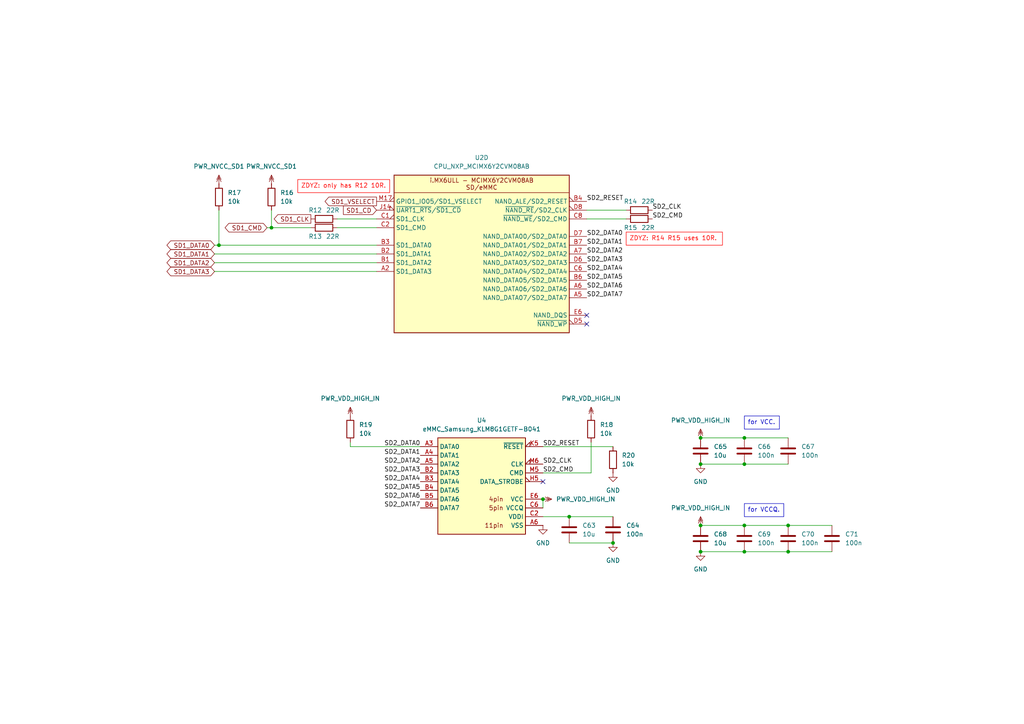
<source format=kicad_sch>
(kicad_sch (version 20231120) (generator "eeschema") (generator_version "8.0")
  (paper "A4")
  (title_block (title "i.MX6ULL Core - SD eMMC") (date "2024-06-06") (rev "0.9.1"))
  (lib_symbols
    (symbol "Device:C" (pin_numbers hide) (pin_names (offset 0.254))
      (property "Reference" "C" (at 0.635 2.54 0))
      (property "Value" "C" (at 0.635 -2.54 0))
      (symbol "C_1_1"
        (pin passive line (at 0 3.81 270) (length 2.794) (name "~") (number "1"))
        (pin passive line (at 0 -3.81 90) (length 2.794) (name "~") (number "2"))
      )
    )
    (symbol "Device:R" (pin_numbers hide) (pin_names (offset 0))
      (property "Reference" "R" (at 2.032 0 90))
      (property "Value" "R" (at 0 0 90))
      (symbol "R_1_1"
        (pin passive line (at 0 3.81 270) (length 1.27) (name "~") (number "1"))
        (pin passive line (at 0 -3.81 90) (length 1.27) (name "~") (number "2"))
      )
    )
    (symbol "i.MX6ULL_Core:CPU_NXP_MCIMX6Y2CVM08AB"
      (property "Reference" "U" (at 0 0 0))
      (property "Value" "CPU_NXP_MCIMX6Y2CVM08AB" (at 0 54.61 0))
      (symbol "CPU_NXP_MCIMX6Y2CVM08AB_1_1"
        (unit_name "Unit A - PWR")
        (text "10pin" (at 5.08 20.32 0) (effects (font (size 1.27 1.27)) (justify right)))
        (text "2pin" (at 5.08 29.21 0) (effects (font (size 1.27 1.27)) (justify right)))
        (text "47pin" (at -15.24 -34.29 0) (effects (font (size 1.27 1.27)) (justify left)))
        (text "4pin" (at 5.08 17.78 0) (effects (font (size 1.27 1.27)) (justify right)))
        (text "6pin" (at -7.62 11.43 0) (effects (font (size 1.27 1.27)) (justify left)))
        (text "6pin" (at -7.62 20.32 0) (effects (font (size 1.27 1.27)) (justify left)))
        (text "ADC" (at 0 7.62 0) (effects (font (size 1.27 1.27))))
        (text "DRAM" (at 0 13.97 0) (effects (font (size 1.27 1.27))))
        (text "i.MX6ULL - MCIMX6Y2CVM08AB\nPWR" (at 0 41.91 0) (effects (font (size 1.27 1.27))))
        (text "LDO 2P5 1P1" (at 0 31.75 0) (effects (font (size 1.27 1.27))))
        (text private "NVCC_DRAM:\n	LPDDR2, 1.2V. DDR3L, 1.35V. DDR3, 1.5V\n\nNVCC_DRAM_2P5:\n	2.5V, Board-level connection to VDD_HIGH_CAP." (at 50.8 38.1 0) (effects (font (size 1.27 1.27)) (justify left top)))
        (text "LDO ARM SOC" (at 0 22.86 0) (effects (font (size 1.27 1.27))))
        (text "LDO SNVS" (at 0 38.1 0) (effects (font (size 1.27 1.27))))
        (text "NVCC_xxx" (at 0 -7.62 0) (effects (font (size 1.27 1.27))))
        (text private "Total: 92 pins." (at -20.32 45.72 0) (effects (font (size 1.27 1.27)) (justify left)))
        (text "Reserved" (at 0 -38.1 0) (effects (font (size 1.27 1.27))))
        (text "USB" (at 0 -1.27 0) (effects (font (size 1.27 1.27))))
        (text private "VDDA_ADC_3P3:\n	must be powered even\n	if the ADC is not used.\nADC_VREFH:\n	tied to VDDA_ADC_3P3.\n\nNGND_KEL0:\n	tied to GND.\n\nGPANIO:\n	reserved, unconnected." (at -76.2 38.1 0) (effects (font (size 1.27 1.27)) (justify left top)))
        (text "VSS" (at 0 -29.21 0) (effects (font (size 1.27 1.27))))
        (pin power_in line (at -25.4 -34.29 0) (length 5.08) (name "VSS") (number "A1"))
        (pin passive line (at -25.4 -34.29 0) (length 5.08) hide (name "VSS") (number "A17"))
        (pin passive line (at -25.4 -34.29 0) (length 5.08) hide (name "VSS") (number "C11"))
        (pin passive line (at -25.4 -34.29 0) (length 5.08) hide (name "VSS") (number "C15"))
        (pin passive line (at -25.4 -34.29 0) (length 5.08) hide (name "VSS") (number "C3"))
        (pin power_in line (at -25.4 -15.24 0) (length 5.08) (name "NVCC_SD1") (number "C4"))
        (pin passive line (at -25.4 -34.29 0) (length 5.08) hide (name "VSS") (number "C7"))
        (pin passive line (at -25.4 -34.29 0) (length 5.08) hide (name "VSS") (number "E11"))
        (pin power_in line (at -25.4 -20.32 0) (length 5.08) (name "NVCC_LCD") (number "E13"))
        (pin power_in line (at -25.4 -17.78 0) (length 5.08) (name "NVCC_NAND") (number "E7"))
        (pin passive line (at -25.4 -34.29 0) (length 5.08) hide (name "VSS") (number "E8"))
        (pin passive line (at -25.4 -34.29 0) (length 5.08) hide (name "VSS") (number "F10"))
        (pin passive line (at -25.4 -34.29 0) (length 5.08) hide (name "VSS") (number "F11"))
        (pin passive line (at -25.4 -34.29 0) (length 5.08) hide (name "VSS") (number "F12"))
        (pin power_in line (at -25.4 -22.86 0) (length 5.08) (name "NVCC_ENET") (number "F13"))
        (pin power_in line (at -25.4 -25.4 0) (length 5.08) (name "NVCC_CSI") (number "F4"))
        (pin passive line (at -25.4 -34.29 0) (length 5.08) hide (name "VSS") (number "F6"))
        (pin passive line (at -25.4 -34.29 0) (length 5.08) hide (name "VSS") (number "F7"))
        (pin passive line (at -25.4 -34.29 0) (length 5.08) hide (name "VSS") (number "F8"))
        (pin passive line (at -25.4 -34.29 0) (length 5.08) hide (name "VSS") (number "F9"))
        (pin passive line (at 25.4 17.78 180) (length 5.08) hide (name "VDD_ARM_CAP") (number "G10"))
        (pin passive line (at 25.4 17.78 180) (length 5.08) hide (name "VDD_ARM_CAP") (number "G11"))
        (pin passive line (at -25.4 -34.29 0) (length 5.08) hide (name "VSS") (number "G12"))
        (pin passive line (at -25.4 -34.29 0) (length 5.08) hide (name "VSS") (number "G15"))
        (pin passive line (at -25.4 -34.29 0) (length 5.08) hide (name "VSS") (number "G3"))
        (pin passive line (at -25.4 -34.29 0) (length 5.08) hide (name "VSS") (number "G5"))
        (pin power_in line (at -25.4 11.43 0) (length 5.08) (name "NVCC_DRAM") (number "G6"))
        (pin passive line (at -25.4 -34.29 0) (length 5.08) hide (name "VSS") (number "G7"))
        (pin power_out line (at 25.4 20.32 180) (length 5.08) (name "VDD_SOC_CAP") (number "G8"))
        (pin power_out line (at 25.4 17.78 180) (length 5.08) (name "VDD_ARM_CAP") (number "G9"))
        (pin passive line (at -25.4 20.32 0) (length 5.08) hide (name "VDD_SOC_IN") (number "H10"))
        (pin passive line (at 25.4 17.78 180) (length 5.08) hide (name "VDD_ARM_CAP") (number "H11"))
        (pin passive line (at -25.4 -34.29 0) (length 5.08) hide (name "VSS") (number "H12"))
        (pin power_in line (at -25.4 -10.16 0) (length 5.08) (name "NVCC_UART") (number "H13"))
        (pin passive line (at -25.4 11.43 0) (length 5.08) hide (name "NVCC_DRAM") (number "H6"))
        (pin passive line (at -25.4 -34.29 0) (length 5.08) hide (name "VSS") (number "H7"))
        (pin passive line (at 25.4 20.32 180) (length 5.08) hide (name "VDD_SOC_CAP") (number "H8"))
        (pin power_in line (at -25.4 20.32 0) (length 5.08) (name "VDD_SOC_IN") (number "H9"))
        (pin passive line (at -25.4 20.32 0) (length 5.08) hide (name "VDD_SOC_IN") (number "J10"))
        (pin passive line (at 25.4 20.32 180) (length 5.08) hide (name "VDD_SOC_CAP") (number "J11"))
        (pin passive line (at -25.4 -34.29 0) (length 5.08) hide (name "VSS") (number "J12"))
        (pin power_in line (at -25.4 -12.7 0) (length 5.08) (name "NVCC_GPIO") (number "J13"))
        (pin passive line (at -25.4 -34.29 0) (length 5.08) hide (name "VSS") (number "J5"))
        (pin passive line (at -25.4 11.43 0) (length 5.08) hide (name "NVCC_DRAM") (number "J6"))
        (pin passive line (at -25.4 -34.29 0) (length 5.08) hide (name "VSS") (number "J7"))
        (pin passive line (at 25.4 20.32 180) (length 5.08) hide (name "VDD_SOC_CAP") (number "J8"))
        (pin passive line (at -25.4 20.32 0) (length 5.08) hide (name "VDD_SOC_IN") (number "J9"))
        (pin passive line (at -25.4 20.32 0) (length 5.08) hide (name "VDD_SOC_IN") (number "K10"))
        (pin passive line (at 25.4 20.32 180) (length 5.08) hide (name "VDD_SOC_CAP") (number "K11"))
        (pin passive line (at -25.4 -34.29 0) (length 5.08) hide (name "VSS") (number "K12"))
        (pin passive line (at -25.4 11.43 0) (length 5.08) hide (name "NVCC_DRAM") (number "K6"))
        (pin passive line (at -25.4 -34.29 0) (length 5.08) hide (name "VSS") (number "K7"))
        (pin passive line (at 25.4 20.32 180) (length 5.08) hide (name "VDD_SOC_CAP") (number "K8"))
        (pin passive line (at -25.4 20.32 0) (length 5.08) hide (name "VDD_SOC_IN") (number "K9"))
        (pin passive line (at 25.4 20.32 180) (length 5.08) hide (name "VDD_SOC_CAP") (number "L10"))
        (pin passive line (at 25.4 20.32 180) (length 5.08) hide (name "VDD_SOC_CAP") (number "L11"))
        (pin passive line (at -25.4 -34.29 0) (length 5.08) hide (name "VSS") (number "L12"))
        (pin power_in line (at -25.4 5.08 0) (length 5.08) (name "VDDA_ADC_3P3") (number "L13"))
        (pin passive line (at -25.4 -34.29 0) (length 5.08) hide (name "VSS") (number "L3"))
        (pin passive line (at -25.4 11.43 0) (length 5.08) hide (name "NVCC_DRAM") (number "L6"))
        (pin passive line (at -25.4 -34.29 0) (length 5.08) hide (name "VSS") (number "L7"))
        (pin passive line (at 25.4 20.32 180) (length 5.08) hide (name "VDD_SOC_CAP") (number "L8"))
        (pin passive line (at 25.4 20.32 180) (length 5.08) hide (name "VDD_SOC_CAP") (number "L9"))
        (pin passive line (at -25.4 -34.29 0) (length 5.08) hide (name "VSS") (number "M10"))
        (pin passive line (at -25.4 -34.29 0) (length 5.08) hide (name "VSS") (number "M11"))
        (pin power_in line (at -25.4 -31.75 0) (length 5.08) (name "NGND_KEL0") (number "M12"))
        (pin power_in line (at -25.4 2.54 0) (length 5.08) (name "ADC_VREFH") (number "M13"))
        (pin passive line (at -25.4 11.43 0) (length 5.08) hide (name "NVCC_DRAM") (number "M6"))
        (pin passive line (at -25.4 -34.29 0) (length 5.08) hide (name "VSS") (number "M7"))
        (pin passive line (at -25.4 -34.29 0) (length 5.08) hide (name "VSS") (number "M8"))
        (pin passive line (at -25.4 -34.29 0) (length 5.08) hide (name "VSS") (number "M9"))
        (pin power_out line (at 25.4 35.56 180) (length 5.08) (name "VDD_SNVS_CAP") (number "N12"))
        (pin power_in line (at -25.4 29.21 0) (length 5.08) (name "VDD_HIGH_IN") (number "N13"))
        (pin passive line (at -25.4 -34.29 0) (length 5.08) hide (name "VSS") (number "N3"))
        (pin passive line (at -25.4 -34.29 0) (length 5.08) hide (name "VSS") (number "N5"))
        (pin power_in line (at 25.4 11.43 180) (length 5.08) (name "NVCC_DRAM_2P5") (number "N6"))
        (pin power_in line (at -25.4 35.56 0) (length 5.08) (name "VDD_SNVS_IN") (number "P12"))
        (pin power_out line (at 25.4 26.67 180) (length 5.08) (name "NVCC_PLL") (number "P13"))
        (pin passive line (at -25.4 -34.29 0) (length 5.08) hide (name "VSS") (number "R11"))
        (pin power_out line (at 25.4 -3.81 180) (length 5.08) (name "VDD_USB_CAP") (number "R12"))
        (pin no_connect line (at -25.4 -40.64 0) (length 5.08) (name "GPANAIO") (number "R13"))
        (pin power_out line (at 25.4 29.21 180) (length 5.08) (name "VDD_HIGH_CAP") (number "R14"))
        (pin passive line (at 25.4 29.21 180) (length 5.08) hide (name "VDD_HIGH_CAP") (number "R15"))
        (pin passive line (at -25.4 -34.29 0) (length 5.08) hide (name "VSS") (number "R16"))
        (pin passive line (at -25.4 -34.29 0) (length 5.08) hide (name "VSS") (number "R17"))
        (pin passive line (at -25.4 -34.29 0) (length 5.08) hide (name "VSS") (number "R3"))
        (pin passive line (at -25.4 -34.29 0) (length 5.08) hide (name "VSS") (number "R5"))
        (pin passive line (at -25.4 -34.29 0) (length 5.08) hide (name "VSS") (number "R7"))
        (pin passive line (at -25.4 -34.29 0) (length 5.08) hide (name "VSS") (number "T14"))
        (pin passive line (at -25.4 -34.29 0) (length 5.08) hide (name "VSS") (number "U1"))
        (pin passive line (at -25.4 -34.29 0) (length 5.08) hide (name "VSS") (number "U14"))
        (pin passive line (at -25.4 -34.29 0) (length 5.08) hide (name "VSS") (number "U17"))
      )
      (symbol "CPU_NXP_MCIMX6Y2CVM08AB_2_1"
        (unit_name "Unit B - OSC/BOOT")
        (text private "CCM_CLK1_P, CCM_CLK1_N:\n	unconnected if not used.\n\n~{POR}:\n	internal 100k pull up.\nONOFF:\n	internal 100k pull up, pull down to reset chip." (at 38.1 12.7 0) (effects (font (size 1.27 1.27)) (justify left top)))
        (text "BOOT" (at 0 0 0) (effects (font (size 1.27 1.27))))
        (text "i.MX6ULL - MCIMX6Y2CVM08AB\nOSC/BOOT" (at 0 20.32 0) (effects (font (size 1.27 1.27))))
        (text "OSC" (at 0 16.51 0) (effects (font (size 1.27 1.27))))
        (text private "Total: 13 pins." (at -20.32 24.13 0) (effects (font (size 1.27 1.27)) (justify left)))
        (text private "XTALI, XTALO:\n	24MHz.\nRTC_XTALI, RTC_XTALO:\n	32.768kHz.\n\nBOOT_MODE1,BOOT_MODE0:\n	internal 100k pull down.\n00: efuse.\n01: serial download.\n10: internal boot.\n11: reserved.\n\nTEST_MODE:\n	reserved,\n	unconnected or tied to GND." (at -76.2 12.7 0) (effects (font (size 1.27 1.27)) (justify left top)))
        (text "Reserved" (at 0 -17.78 0) (effects (font (size 1.27 1.27))))
        (text "SNVS/CCM" (at 0 -8.89 0) (effects (font (size 1.27 1.27))))
        (pin no_connect line (at -25.4 -20.32 0) (length 5.08) (name "TEST_MODE") (number "N7"))
        (pin output output_low (at 25.4 11.43 180) (length 5.08) (name "CCM_CLK1_N") (number "P16"))
        (pin input input_low (at 25.4 13.97 180) (length 5.08) (name "CCM_CLK1_P") (number "P17"))
        (pin input input_low (at 25.4 -2.54 180) (length 5.08) (name "~{POR}") (number "P8"))
        (pin input input_low (at 25.4 -5.08 180) (length 5.08) (name "ONOFF") (number "R8"))
        (pin input input_low (at -25.4 -5.08 0) (length 5.08) (name "BOOT_MODE0") (number "T10"))
        (pin input input_low (at -25.4 6.35 0) (length 5.08) (name "RTC_XTALI") (number "T11"))
        (pin input input_low (at -25.4 13.97 0) (length 5.08) (name "XTALI") (number "T16"))
        (pin output output_low (at -25.4 11.43 0) (length 5.08) (name "XTALO") (number "T17"))
        (pin output output_low (at -25.4 -11.43 0) (length 5.08) (name "SNVS_PMIC_ON_REQ") (number "T9"))
        (pin input input_low (at -25.4 -2.54 0) (length 5.08) (name "BOOT_MODE1") (number "U10"))
        (pin output output_low (at -25.4 3.81 0) (length 5.08) (name "RTC_XTALO") (number "U11"))
        (pin output output_low (at -25.4 -13.97 0) (length 5.08) (name "CCM_PMIC_STBY_REQ") (number "U9"))
      )
      (symbol "CPU_NXP_MCIMX6Y2CVM08AB_3_1"
        (unit_name "Unit C - DRAM")
        (text private "DRAM_VREF:\n	must be half of NVCC_DRAM.\n	Use a 1 kohm 0.5% resistor to GND and a 1 kohm 0.5%\n	resistor to NVCC_DRAM. Shunt each resistor with a\n	closely-mounted 0.1 uF capacitor." (at -101.6 38.1 0) (effects (font (size 1.27 1.27)) (justify left top)))
        (text private "Total: 55 pins." (at -20.32 48.26 0) (effects (font (size 1.27 1.27)) (justify left)))
        (text "i.MX6ULL - MCIMX6Y2CVM08AB\nDRAM" (at 0 44.45 0) (effects (font (size 1.27 1.27))))
        (pin output output_low (at 25.4 24.13 180) (length 5.08) (name "DRAM_ODT1") (number "F1"))
        (pin output output_low (at -25.4 -24.13 0) (length 5.08) (name "DRAM_ADDR14") (number "G1"))
        (pin output output_low (at -25.4 -1.27 0) (length 5.08) (name "DRAM_ADDR06") (number "G2"))
        (pin output output_low (at -25.4 29.21 0) (length 5.08) (name "DRAM_RESET") (number "G4"))
        (pin output output_low (at -25.4 -34.29 0) (length 5.08) (name "DRAM_SDBA1") (number "H1"))
        (pin output output_low (at -25.4 11.43 0) (length 5.08) (name "DRAM_ADDR01") (number "H2"))
        (pin output output_low (at -25.4 -21.59 0) (length 5.08) (name "DRAM_ADDR13") (number "H3"))
        (pin output output_low (at -25.4 -3.81 0) (length 5.08) (name "DRAM_ADDR07") (number "H4"))
        (pin output output_low (at -25.4 31.75 0) (length 5.08) (name "~{DRAM_CS1}") (number "H5"))
        (pin output output_low (at 25.4 29.21 180) (length 5.08) (name "~{DRAM_SDWE}") (number "J1"))
        (pin output output_low (at 25.4 31.75 180) (length 5.08) (name "~{DRAM_CAS}") (number "J2"))
        (pin output output_low (at -25.4 24.13 0) (length 5.08) (name "DRAM_SDCKE1") (number "J3"))
        (pin output output_low (at -25.4 -8.89 0) (length 5.08) (name "DRAM_ADDR08") (number "J4"))
        (pin output output_low (at -25.4 8.89 0) (length 5.08) (name "DRAM_ADDR02") (number "K1"))
        (pin output output_low (at -25.4 -36.83 0) (length 5.08) (name "DRAM_SDBA2") (number "K2"))
        (pin output output_low (at -25.4 -16.51 0) (length 5.08) (name "DRAM_ADDR11") (number "K3"))
        (pin output output_low (at -25.4 3.81 0) (length 5.08) (name "DRAM_ADDR04") (number "K4"))
        (pin output output_low (at -25.4 -26.67 0) (length 5.08) (name "DRAM_ADDR15") (number "K5"))
        (pin output output_low (at -25.4 1.27 0) (length 5.08) (name "DRAM_ADDR05") (number "L1"))
        (pin output output_low (at -25.4 -11.43 0) (length 5.08) (name "DRAM_ADDR09") (number "L2"))
        (pin output output_low (at -25.4 -19.05 0) (length 5.08) (name "DRAM_ADDR12") (number "L4"))
        (pin output output_low (at -25.4 13.97 0) (length 5.08) (name "DRAM_ADDR00") (number "L5"))
        (pin output output_low (at -25.4 -31.75 0) (length 5.08) (name "DRAM_SDBA0") (number "M1"))
        (pin output output_low (at -25.4 6.35 0) (length 5.08) (name "DRAM_ADDR03") (number "M2"))
        (pin output output_low (at -25.4 26.67 0) (length 5.08) (name "DRAM_SDCKE0") (number "M3"))
        (pin output output_low (at -25.4 -13.97 0) (length 5.08) (name "DRAM_ADDR10") (number "M4"))
        (pin output output_low (at 25.4 34.29 180) (length 5.08) (name "~{DRAM_RAS}") (number "M5"))
        (pin output output_low (at 25.4 26.67 180) (length 5.08) (name "DRAM_ODT0") (number "N1"))
        (pin output output_low (at -25.4 34.29 0) (length 5.08) (name "~{DRAM_CS0}") (number "N2"))
        (pin passive output_low (at 25.4 21.59 180) (length 5.08) (name "DRAM_ZQPAD") (number "N4"))
        (pin output output_low (at -25.4 21.59 0) (length 5.08) (name "DRAM_SDCLK0+") (number "P1"))
        (pin output output_low (at -25.4 19.05 0) (length 5.08) (name "DRAM_SDCLK0-") (number "P2"))
        (pin bidirectional line (at 25.4 -21.59 180) (length 5.08) (name "DRAM_DATA13") (number "P3"))
        (pin power_in line (at -25.4 39.37 0) (length 5.08) (name "DRAM_VREF") (number "P4"))
        (pin bidirectional line (at 25.4 -19.05 180) (length 5.08) (name "DRAM_DATA12") (number "P5"))
        (pin bidirectional line (at 25.4 -31.75 180) (length 5.08) (name "DRAM_SDQS0+") (number "P6"))
        (pin bidirectional line (at 25.4 -34.29 180) (length 5.08) (name "DRAM_SDQS0-") (number "P7"))
        (pin bidirectional line (at 25.4 -26.67 180) (length 5.08) (name "DRAM_DATA15") (number "R1"))
        (pin bidirectional line (at 25.4 -24.13 180) (length 5.08) (name "DRAM_DATA14") (number "R2"))
        (pin bidirectional line (at 25.4 -16.51 180) (length 5.08) (name "DRAM_DATA11") (number "R4"))
        (pin bidirectional line (at 25.4 -36.83 180) (length 5.08) (name "DRAM_SDQS1+") (number "T1"))
        (pin bidirectional line (at 25.4 -39.37 180) (length 5.08) (name "DRAM_SDQS1-") (number "T2"))
        (pin bidirectional line (at 25.4 -44.45 180) (length 5.08) (name "DRAM_DQM1") (number "T3"))
        (pin bidirectional line (at 25.4 13.97 180) (length 5.08) (name "DRAM_DATA00") (number "T4"))
        (pin bidirectional line (at 25.4 -1.27 180) (length 5.08) (name "DRAM_DATA06") (number "T5"))
        (pin bidirectional line (at 25.4 8.89 180) (length 5.08) (name "DRAM_DATA02") (number "T6"))
        (pin bidirectional line (at 25.4 -41.91 180) (length 5.08) (name "DRAM_DQM0") (number "T7"))
        (pin bidirectional line (at 25.4 1.27 180) (length 5.08) (name "DRAM_DATA05") (number "T8"))
        (pin bidirectional line (at 25.4 -8.89 180) (length 5.08) (name "DRAM_DATA08") (number "U2"))
        (pin bidirectional line (at 25.4 -11.43 180) (length 5.08) (name "DRAM_DATA09") (number "U3"))
        (pin bidirectional line (at 25.4 -3.81 180) (length 5.08) (name "DRAM_DATA07") (number "U4"))
        (pin bidirectional line (at 25.4 -13.97 180) (length 5.08) (name "DRAM_DATA10") (number "U5"))
        (pin bidirectional line (at 25.4 11.43 180) (length 5.08) (name "DRAM_DATA01") (number "U6"))
        (pin bidirectional line (at 25.4 6.35 180) (length 5.08) (name "DRAM_DATA03") (number "U7"))
        (pin bidirectional line (at 25.4 3.81 180) (length 5.08) (name "DRAM_DATA04") (number "U8"))
      )
      (symbol "CPU_NXP_MCIMX6Y2CVM08AB_4_1"
        (unit_name "Unit D - SD/eMMC")
        (text private "NOTE:\n\nSD1 for eMMC, SD2 for SD card.\nSD card does not have RESET pin, so leave SD2_RESET unconnected.\nSD card does not have VSELECT pin, so give GPIO1_IO08 to LCD as PWM.\nIf you do not use dual-power for eMMC (VDDQ 1.8V), leave SD1_VSELECT unconnected.\nConnect a 22R(or 10R) resistor in series on SDn_CLK and SDn_CMD, close to host, for impedance matching.\nboot ROM uses SDn_CMD and SDn_DATA0 without internal pull-up configured, so pull them up to 3.3V via 10k.\nSD2 is in NVCC_NAND domain, power it to 3.3V." (at -38.1 -25.4 0) (effects (font (size 1.27 1.27)) (justify left top)))
        (text "i.MX6ULL - MCIMX6Y2CVM08AB\nSD/eMMC" (at 0 20.32 0) (effects (font (size 1.27 1.27))))
        (text private "Total: 21 pins." (at -25.4 24.13 0) (effects (font (size 1.27 1.27)) (justify left)))
        (pin bidirectional line (at -30.48 -5.08 0) (length 5.08) (name "SD1_DATA3") (number "A2"))
        (pin bidirectional line (at 30.48 -12.7 180) (length 5.08) (name "NAND_DATA07/SD2_DATA7") (number "A5"))
        (pin bidirectional line (at 30.48 -10.16 180) (length 5.08) (name "NAND_DATA06/SD2_DATA6") (number "A6"))
        (pin bidirectional line (at 30.48 0 180) (length 5.08) (name "NAND_DATA02/SD2_DATA2") (number "A7"))
        (pin bidirectional line (at -30.48 -2.54 0) (length 5.08) (name "SD1_DATA2") (number "B1"))
        (pin bidirectional line (at -30.48 0 0) (length 5.08) (name "SD1_DATA1") (number "B2"))
        (pin bidirectional line (at -30.48 2.54 0) (length 5.08) (name "SD1_DATA0") (number "B3"))
        (pin output output_low (at 30.48 15.24 180) (length 5.08) (name "NAND_ALE/SD2_RESET") (number "B4"))
        (pin bidirectional line (at 30.48 -7.62 180) (length 5.08) (name "NAND_DATA05/SD2_DATA5") (number "B6"))
        (pin bidirectional line (at 30.48 2.54 180) (length 5.08) (name "NAND_DATA01/SD2_DATA1") (number "B7"))
        (pin output output_low (at -30.48 10.16 0) (length 5.08) (name "SD1_CLK") (number "C1"))
        (pin bidirectional line (at -30.48 7.62 0) (length 5.08) (name "SD1_CMD") (number "C2"))
        (pin bidirectional line (at 30.48 -5.08 180) (length 5.08) (name "NAND_DATA04/SD2_DATA4") (number "C6"))
        (pin bidirectional line (at 30.48 10.16 180) (length 5.08) (name "~{NAND_WE}/SD2_CMD") (number "C8"))
        (pin output output_low (at 30.48 -20.32 180) (length 5.08) (name "~{NAND_WP}") (number "D5"))
        (pin bidirectional line (at 30.48 -2.54 180) (length 5.08) (name "NAND_DATA03/SD2_DATA3") (number "D6"))
        (pin bidirectional line (at 30.48 5.08 180) (length 5.08) (name "NAND_DATA00/SD2_DATA0") (number "D7"))
        (pin output output_low (at 30.48 12.7 180) (length 5.08) (name "~{NAND_RE}/SD2_CLK") (number "D8"))
        (pin bidirectional line (at 30.48 -17.78 180) (length 5.08) (name "NAND_DQS") (number "E6"))
        (pin input input_low (at -30.48 12.7 0) (length 5.08) (name "~{UART1_RTS}/~{SD1_CD}") (number "J14"))
        (pin output output_low (at -30.48 15.24 0) (length 5.08) (name "GPIO1_IO05/SD1_VSELECT") (number "M17"))
      )
      (symbol "CPU_NXP_MCIMX6Y2CVM08AB_5_1"
        (unit_name "Unit E - UART")
        (text "i.MX6ULL - MCIMX6Y2CVM08AB\nUART" (at 0 7.62 0) (effects (font (size 1.27 1.27))))
        (text private "Total: 6 pins." (at -20.32 11.43 0) (effects (font (size 1.27 1.27)) (justify left)))
        (pin input input_low (at 25.4 -7.62 180) (length 5.08) (name "UART3_RXD") (number "H16"))
        (pin output output_low (at 25.4 -5.08 180) (length 5.08) (name "UART3_TXD") (number "H17"))
        (pin input input_low (at 25.4 0 180) (length 5.08) (name "UART2_RXD") (number "J16"))
        (pin output output_low (at 25.4 2.54 180) (length 5.08) (name "UART2_TXD") (number "J17"))
        (pin output output_low (at -25.4 2.54 0) (length 5.08) (name "UART1_TXD") (number "K14"))
        (pin input input_low (at -25.4 0 0) (length 5.08) (name "UART1_RXD") (number "K16"))
      )
      (symbol "CPU_NXP_MCIMX6Y2CVM08AB_6_1"
        (unit_name "Unit F - LCD/TSC")
        (text "Backlight" (at 0 -30.48 0) (effects (font (size 1.27 1.27))))
        (text "i.MX6ULL - MCIMX6Y2CVM08AB\nLCD/TSC" (at 0 43.18 0) (effects (font (size 1.27 1.27))))
        (text private "LCD_CLK:\n	pixel clock\nLCD_HSYNC:\n	horizontal sync\nLCD_VSYNC:\n	vertical sync\n\nPWM1_OUT:\n	LCD background light brightness adjust.\n	Its power domain is NVCC_GPIO.\n\nGPIO1_IO02:\n	configured as GPIO for touch screen IC reset.\nGPIO1_IO09:\n	configured as GPIO for touch screen IC interrupt." (at 50.8 25.4 0) (effects (font (size 1.27 1.27)) (justify left top)))
        (text private "Total: 32 pins." (at -20.32 46.99 0) (effects (font (size 1.27 1.27)) (justify left)))
        (text "LCD" (at 0 39.37 0) (effects (font (size 1.27 1.27))))
        (text "Touch Screen IC" (at 0 -36.83 0) (effects (font (size 1.27 1.27))))
        (pin output output_low (at -25.4 21.59 0) (length 5.08) (name "LCD_DATA06") (number "A10"))
        (pin output output_low (at -25.4 11.43 0) (length 5.08) (name "LCD_DATA09") (number "A11"))
        (pin output output_low (at -25.4 -1.27 0) (length 5.08) (name "LCD_DATA14") (number "A12"))
        (pin output output_low (at -25.4 -13.97 0) (length 5.08) (name "LCD_DATA18") (number "A13"))
        (pin output output_low (at -25.4 -24.13 0) (length 5.08) (name "LCD_DATA22") (number "A14"))
        (pin output output_low (at 25.4 26.67 180) (length 5.08) (name "LCD_CLK") (number "A8"))
        (pin output output_low (at -25.4 34.29 0) (length 5.08) (name "LCD_DATA01") (number "A9"))
        (pin output output_low (at -25.4 24.13 0) (length 5.08) (name "LCD_DATA05") (number "B10"))
        (pin output output_low (at -25.4 13.97 0) (length 5.08) (name "LCD_DATA08") (number "B11"))
        (pin output output_low (at -25.4 1.27 0) (length 5.08) (name "LCD_DATA13") (number "B12"))
        (pin output output_low (at -25.4 -11.43 0) (length 5.08) (name "LCD_DATA17") (number "B13"))
        (pin output output_low (at -25.4 -21.59 0) (length 5.08) (name "LCD_DATA21") (number "B14"))
        (pin output output_low (at -25.4 -26.67 0) (length 5.08) (name "LCD_DATA23") (number "B16"))
        (pin output output_low (at 25.4 36.83 180) (length 5.08) (name "LCD_ENABLE") (number "B8"))
        (pin output output_low (at -25.4 36.83 0) (length 5.08) (name "LCD_DATA00") (number "B9"))
        (pin output output_low (at -25.4 26.67 0) (length 5.08) (name "LCD_DATA04") (number "C10"))
        (pin output output_low (at -25.4 3.81 0) (length 5.08) (name "LCD_DATA12") (number "C12"))
        (pin output output_low (at -25.4 -8.89 0) (length 5.08) (name "LCD_DATA16") (number "C13"))
        (pin output output_low (at -25.4 -19.05 0) (length 5.08) (name "LCD_DATA20") (number "C14"))
        (pin output output_low (at 25.4 21.59 180) (length 5.08) (name "LCD_VSYNC") (number "C9"))
        (pin output output_low (at -25.4 29.21 0) (length 5.08) (name "LCD_DATA03") (number "D10"))
        (pin output output_low (at -25.4 19.05 0) (length 5.08) (name "LCD_DATA07") (number "D11"))
        (pin output output_low (at -25.4 6.35 0) (length 5.08) (name "LCD_DATA11") (number "D12"))
        (pin output output_low (at -25.4 -3.81 0) (length 5.08) (name "LCD_DATA15") (number "D13"))
        (pin output output_low (at -25.4 -16.51 0) (length 5.08) (name "LCD_DATA19") (number "D14"))
        (pin output output_low (at 25.4 24.13 180) (length 5.08) (name "LCD_HSYNC") (number "D9"))
        (pin output output_low (at -25.4 31.75 0) (length 5.08) (name "LCD_DATA02") (number "E10"))
        (pin output output_low (at -25.4 8.89 0) (length 5.08) (name "LCD_DATA10") (number "E12"))
        (pin output output_low (at 25.4 31.75 180) (length 5.08) (name "LCD_RESET") (number "E9"))
        (pin output output_low (at 25.4 -39.37 180) (length 5.08) (name "GPIO1_IO02") (number "L14"))
        (pin input input_low (at 25.4 -41.91 180) (length 5.08) (name "GPIO1_IO09") (number "M15"))
        (pin output output_low (at 25.4 -33.02 180) (length 5.08) (name "GPIO1_IO08/PWM1_OUT") (number "N17"))
      )
      (symbol "CPU_NXP_MCIMX6Y2CVM08AB_7_1"
        (unit_name "Unit G - CSI")
        (text private "GPIO1_IO04:\n	configured as GPIO for CSI power down.\n~{UART1_RTS}/GPIO1_IO19:\n	configured as GPIO for CSI reset.\n\nCSI_MCLK:\n	master clock, i.MX -> camera\nCSI_PIXCLK:\n	pixel clock, camera -> i.MX\nCSI_HSYNC:\n	horizontal sync, camera -> i.MX\nCSI_VSYNC:\n	vertical sync, camera -> i.MX" (at 38.1 12.7 0) (effects (font (size 1.27 1.27)) (justify left top)))
        (text private "Total: 13 pins." (at -20.32 15.24 0) (effects (font (size 1.27 1.27)) (justify left)))
        (text "i.MX6ULL - MCIMX6Y2CVM08AB\nCSI" (at 0 11.43 0) (effects (font (size 1.27 1.27))))
        (pin input input_low (at -25.4 -11.43 0) (length 5.08) (name "CSI_DATA07") (number "D1"))
        (pin input input_low (at -25.4 -8.89 0) (length 5.08) (name "CSI_DATA06") (number "D2"))
        (pin input input_low (at -25.4 -6.35 0) (length 5.08) (name "CSI_DATA05") (number "D3"))
        (pin input input_low (at -25.4 -3.81 0) (length 5.08) (name "CSI_DATA04") (number "D4"))
        (pin input input_low (at -25.4 -1.27 0) (length 5.08) (name "CSI_DATA03") (number "E1"))
        (pin input input_low (at -25.4 1.27 0) (length 5.08) (name "CSI_DATA02") (number "E2"))
        (pin input input_low (at -25.4 3.81 0) (length 5.08) (name "CSI_DATA01") (number "E3"))
        (pin input input_low (at -25.4 6.35 0) (length 5.08) (name "CSI_DATA00") (number "E4"))
        (pin input input_low (at 25.4 -6.35 180) (length 5.08) (name "CSI_PIXCLK") (number "E5"))
        (pin input input_low (at 25.4 -11.43 180) (length 5.08) (name "CSI_VSYNC") (number "F2"))
        (pin input input_low (at 25.4 -8.89 180) (length 5.08) (name "CSI_HSYNC") (number "F3"))
        (pin output output_low (at 25.4 -3.81 180) (length 5.08) (name "CSI_MCLK") (number "F5"))
        (pin output output_low (at 25.4 3.81 180) (length 5.08) (name "~{UART1_CTS}/GPIO1_IO18") (number "K15"))
        (pin output output_low (at 25.4 6.35 180) (length 5.08) (name "GPIO1_IO04") (number "M16"))
      )
      (symbol "CPU_NXP_MCIMX6Y2CVM08AB_8_1"
        (unit_name "Unit H - I2C")
        (text private "I2C1:\n	free use.\nI2C2:\n	mount touch screen IC and CSI." (at -19.05 -12.7 0) (effects (font (size 1.27 1.27)) (justify left top)))
        (text "i.MX6ULL - MCIMX6Y2CVM08AB\nI2C" (at 0 3.81 0) (effects (font (size 1.27 1.27))))
        (text private "Total: 4 pins." (at -22.86 7.62 0) (effects (font (size 1.27 1.27)) (justify left)))
        (pin output output_low (at 27.94 -1.27 180) (length 5.08) (name "UART5_TXD/I2C2_CLK") (number "F17"))
        (pin bidirectional line (at 27.94 -3.81 180) (length 5.08) (name "UART5_RXD/I2C2_SDA") (number "G13"))
        (pin bidirectional line (at -27.94 -3.81 0) (length 5.08) (name "I2C1_SDA/UART4_RXD") (number "G16"))
        (pin output output_low (at -27.94 -1.27 0) (length 5.08) (name "I2C1_CLK/UART4_TXD") (number "G17"))
      )
      (symbol "CPU_NXP_MCIMX6Y2CVM08AB_9_1"
        (unit_name "Unit I - USB")
        (text "i.MX6ULL - MCIMX6Y2CVM08AB\nUSB" (at 0 8.89 0) (effects (font (size 1.27 1.27))))
        (text private "Total: 8 pins." (at -29.21 12.7 0) (effects (font (size 1.27 1.27)) (justify left)))
        (text private "USB1:\n	OTG.\nUSB2:\n	OTG." (at -5.08 -17.78 0) (effects (font (size 1.27 1.27)) (justify left top)))
        (text private "~{USB_OTG1_CHD}\n	not used." (at -63.5 -7.62 0) (effects (font (size 1.27 1.27)) (justify left top)))
        (pin input input_low (at -34.29 -3.81 0) (length 5.08) (name "ANATOP_OTG1_ID/GPIO1_IO00") (number "K13"))
        (pin power_in line (at -34.29 3.81 0) (length 5.08) (name "USB_OTG1_VBUS") (number "T12"))
        (pin bidirectional line (at 35.56 -1.27 180) (length 5.08) (name "USB_OTG2_DN") (number "T13"))
        (pin bidirectional line (at -34.29 -1.27 0) (length 5.08) (name "USB_OTG1_DN") (number "T15"))
        (pin power_in line (at 35.56 3.81 180) (length 5.08) (name "USB_OTG2_VBUS") (number "U12"))
        (pin bidirectional line (at 35.56 1.27 180) (length 5.08) (name "USB_OTG2_DP") (number "U13"))
        (pin bidirectional line (at -34.29 1.27 0) (length 5.08) (name "USB_OTG1_DP") (number "U15"))
        (pin output output_low (at -34.29 -8.89 0) (length 5.08) (name "~{USB_OTG1_CHD}") (number "U16"))
      )
      (symbol "CPU_NXP_MCIMX6Y2CVM08AB_10_1"
        (unit_name "Unit J - ENET")
        (text private "GPIO1_IO23/~{UART2_RTS}:\n	ENET IC reset.\nGOIO1_IO27/~{UART3_RTS}:\n	ENET IC interrupt." (at -76.2 12.7 0) (effects (font (size 1.27 1.27)) (justify left top)))
        (text private "Total: 22 pins." (at -25.4 22.86 0) (effects (font (size 1.27 1.27)) (justify left)))
        (text private "~{UART2_CTS}/GPIO1_IO22:\n	ENET IC reset.\n~{UART3_CTS}/GPIO1_IO26:\n	ENET IC interrupt." (at 50.8 12.7 0) (effects (font (size 1.27 1.27)) (justify left top)))
        (text "i.MX6ULL - MCIMX6Y2CVM08AB\nENET" (at 0 19.05 0) (effects (font (size 1.27 1.27))))
        (pin output output_low (at 30.48 -16.51 180) (length 5.08) (name "ENET2_TX_DATA0") (number "A15"))
        (pin output output_low (at 30.48 -19.05 180) (length 5.08) (name "ENET2_TX_DATA1") (number "A16"))
        (pin output output_low (at 30.48 -11.43 180) (length 5.08) (name "ENET2_TX_EN") (number "B15"))
        (pin input input_low (at 30.48 -1.27 180) (length 5.08) (name "ENET2_RX_EN") (number "B17"))
        (pin input input_low (at 30.48 -8.89 180) (length 5.08) (name "ENET2_RX_DATA1") (number "C16"))
        (pin input input_low (at 30.48 -6.35 180) (length 5.08) (name "ENET2_RX_DATA0") (number "C17"))
        (pin input input_low (at -30.48 -3.81 0) (length 5.08) (name "ENET1_RX_ER") (number "D15"))
        (pin input input_low (at 30.48 -3.81 180) (length 5.08) (name "ENET2_RX_ER") (number "D16"))
        (pin output output_low (at 30.48 -13.97 180) (length 5.08) (name "ENET2_TX_CLK") (number "D17"))
        (pin output output_low (at -30.48 -19.05 0) (length 5.08) (name "ENET1_TX_DATA1") (number "E14"))
        (pin output output_low (at -30.48 -16.51 0) (length 5.08) (name "ENET1_TX_DATA0") (number "E15"))
        (pin input input_low (at -30.48 -1.27 0) (length 5.08) (name "ENET1_RX_EN") (number "E16"))
        (pin input input_low (at -30.48 -8.89 0) (length 5.08) (name "ENET1_RX_DATA1") (number "E17"))
        (pin output output_low (at -30.48 -13.97 0) (length 5.08) (name "ENET1_TX_CLK") (number "F14"))
        (pin output output_low (at -30.48 -11.43 0) (length 5.08) (name "ENET1_TX_EN") (number "F15"))
        (pin input input_low (at -30.48 -6.35 0) (length 5.08) (name "ENET1_RX_DATA0") (number "F16"))
        (pin input input_low (at -30.48 3.81 0) (length 5.08) (name "GOIO1_IO27/~{UART3_RTS}") (number "G14"))
        (pin output output_low (at -30.48 6.35 0) (length 5.08) (name "GPIO1_IO23/~{UART2_RTS}") (number "H14"))
        (pin input input_low (at 30.48 3.81 180) (length 5.08) (name "~{UART3_CTS}/GPIO1_IO26") (number "H15"))
        (pin output output_low (at 30.48 6.35 180) (length 5.08) (name "~{UART2_CTS}/GPIO1_IO22") (number "J15"))
        (pin bidirectional line (at -30.48 13.97 0) (length 5.08) (name "ENET_MDIO/GPIO1_IO06") (number "K17"))
        (pin output output_low (at -30.48 11.43 0) (length 5.08) (name "ENET_MDC/GPIO1_IO07") (number "L16"))
      )
      (symbol "CPU_NXP_MCIMX6Y2CVM08AB_11_1"
        (unit_name "Unit K - SPI")
        (text "i.MX6ULL - MCIMX6Y2CVM08AB\nSPI" (at 0 6.35 0) (effects (font (size 1.27 1.27))))
        (text private "Total: 4 pins." (at -20.32 10.16 0) (effects (font (size 1.27 1.27)) (justify left)))
        (pin output output_low (at -25.4 1.27 0) (length 5.08) (name "ECSPI3_SS0/~{NAND_READY}") (number "A3"))
        (pin input input_low (at -25.4 -3.81 0) (length 5.08) (name "ECSPI3_MISO/NAND_CLE") (number "A4"))
        (pin output output_low (at -25.4 -6.35 0) (length 5.08) (name "ECSPI3_MOSI/~{NAND_CE1}") (number "B5"))
        (pin output output_low (at -25.4 -1.27 0) (length 5.08) (name "ECSPI3_SCLK/~{NAND_CE0}") (number "C5"))
      )
      (symbol "CPU_NXP_MCIMX6Y2CVM08AB_12_1"
        (unit_name "Unit L - free use")
        (text "i.MX6ULL - MCIMX6Y2CVM08AB\nfree use" (at 0 13.97 0) (effects (font (size 1.27 1.27))))
        (text private "Total: 18 pins." (at -20.32 17.78 0) (effects (font (size 1.27 1.27)) (justify left)))
        (pin passive line (at -25.4 8.89 0) (length 5.08) (name "GPIO1_IO01") (number "L15"))
        (pin passive line (at -25.4 6.35 0) (length 5.08) (name "GPIO1_IO03") (number "L17"))
        (pin passive line (at -25.4 -3.81 0) (length 5.08) (name "JTAG_TCK") (number "M14"))
        (pin passive line (at 25.4 -8.89 180) (length 5.08) (name "SNVS_TAMPER7") (number "N10"))
        (pin passive line (at 25.4 -6.35 180) (length 5.08) (name "SNVS_TAMPER6") (number "N11"))
        (pin passive line (at -25.4 -13.97 0) (length 5.08) (name "~{JTAG_TRST}") (number "N14"))
        (pin passive line (at -25.4 -8.89 0) (length 5.08) (name "JTAG_TDO") (number "N15"))
        (pin passive line (at -25.4 -6.35 0) (length 5.08) (name "JTAG_TDI") (number "N16"))
        (pin passive line (at 25.4 -3.81 180) (length 5.08) (name "SNVS_TAMPER5") (number "N8"))
        (pin passive line (at 25.4 -11.43 180) (length 5.08) (name "SNVS_TAMPER8") (number "N9"))
        (pin passive line (at 25.4 1.27 180) (length 5.08) (name "SNVS_TAMPER3") (number "P10"))
        (pin passive line (at 25.4 3.81 180) (length 5.08) (name "SNVS_TAMPER2") (number "P11"))
        (pin passive line (at -25.4 -11.43 0) (length 5.08) (name "JTAG_TMS") (number "P14"))
        (pin passive line (at -25.4 -1.27 0) (length 5.08) (name "JTAG_MOD") (number "P15"))
        (pin passive line (at 25.4 -1.27 180) (length 5.08) (name "SNVS_TAMPER4") (number "P9"))
        (pin passive line (at 25.4 8.89 180) (length 5.08) (name "SNVS_TAMPER0") (number "R10"))
        (pin passive line (at 25.4 -13.97 180) (length 5.08) (name "SNVS_TAMPER9") (number "R6"))
        (pin passive line (at 25.4 6.35 180) (length 5.08) (name "SNVS_TAMPER1") (number "R9"))
      )
    )
    (symbol "i.MX6ULL_Core:PWR_NVCC_SD1" (power) (pin_numbers hide) (pin_names hide) (in_bom no) (on_board no)
      (property "Value" "PWR_NVCC_SD1" (at 0 0 0))
      (symbol "PWR_NVCC_SD1_1_1"
        (pin power_in line (at 0 0 0) (length 0) (name "") (number "1"))
      )
    )
    (symbol "i.MX6ULL_Core:PWR_VDD_HIGH_IN" (power) (pin_numbers hide) (pin_names hide) (in_bom no) (on_board no)
      (property "Value" "PWR_VDD_HIGH_IN" (at 0 0 0))
      (symbol "PWR_VDD_HIGH_IN_1_1"
        (pin power_in line (at 0 0 0) (length 0) (name "") (number "1"))
      )
    )
    (symbol "i.MX6ULL_Core:eMMC_Samsung_KLM8G1GETF-B041"
      (property "Reference" "U" (at 0 0 0))
      (property "Value" "eMMC_Samsung_KLM8G1GETF-B041" (at 0 17.78 0))
      (symbol "eMMC_Samsung_KLM8G1GETF-B041_1_1"
        (text private "VCC: Supply voltage for flash memory.\nVCCQ: Supply voltage for memory controller.\nVDDI: Internal power node to stabilize regulator output to controller core logics.\nVSS: Ground connections.\n\n~{RESET}: H/W reset signal pin.\nCLK: Clock input.\nCMD: A bidirectional signal used for device initialization (OD) and command transfers (Push-Pull).\nDATA_STROBE: Data Strobe is generated from eMMC to host.\n\nDATA[0..7]: Bidirectional data channels, in push-pull mode." (at 38.1 12.7 0) (effects (font (size 1.27 1.27)) (justify left top)))
        (text "11pin" (at -6.35 -11.43 0) (effects (font (size 1.27 1.27)) (justify left)))
        (text "4pin" (at -6.35 -3.81 0) (effects (font (size 1.27 1.27)) (justify left)))
        (text "5pin" (at -6.35 -6.35 0) (effects (font (size 1.27 1.27)) (justify left)))
        (text_box private "KLM8G1GETF-B041 is an 8GB embedded MMC in a BGA package form using MMC protocol v5.1." (at -25.4 24.13 0) (size 50.8 -5.08) (effects (font (size 1.27 1.27)) (justify left top)))
        (pin bidirectional line (at 17.78 11.43 180) (length 5.08) (name "DATA0") (number "A3"))
        (pin bidirectional line (at 17.78 8.89 180) (length 5.08) (name "DATA1") (number "A4"))
        (pin bidirectional line (at 17.78 6.35 180) (length 5.08) (name "DATA2") (number "A5"))
        (pin power_in line (at -17.78 -11.43 0) (length 5.08) (name "VSS") (number "A6"))
        (pin bidirectional line (at 17.78 3.81 180) (length 5.08) (name "DATA3") (number "B2"))
        (pin bidirectional line (at 17.78 1.27 180) (length 5.08) (name "DATA4") (number "B3"))
        (pin bidirectional line (at 17.78 -1.27 180) (length 5.08) (name "DATA5") (number "B4"))
        (pin bidirectional line (at 17.78 -3.81 180) (length 5.08) (name "DATA6") (number "B5"))
        (pin bidirectional line (at 17.78 -6.35 180) (length 5.08) (name "DATA7") (number "B6"))
        (pin power_out line (at -17.78 -8.89 0) (length 5.08) (name "VDDI") (number "C2"))
        (pin passive line (at -17.78 -11.43 0) (length 5.08) hide (name "VSS") (number "C4"))
        (pin power_in line (at -17.78 -6.35 0) (length 5.08) (name "VCCQ") (number "C6"))
        (pin power_in line (at -17.78 -3.81 0) (length 5.08) (name "VCC") (number "E6"))
        (pin passive line (at -17.78 -11.43 0) (length 5.08) hide (name "VSS") (number "E7"))
        (pin passive line (at -17.78 -3.81 0) (length 5.08) hide (name "VCC") (number "F5"))
        (pin passive line (at -17.78 -11.43 0) (length 5.08) hide (name "VSS") (number "G5"))
        (pin passive line (at -17.78 -11.43 0) (length 5.08) hide (name "VSS") (number "H10"))
        (pin output output_low (at -17.78 1.27 0) (length 5.08) (name "DATA_STROBE") (number "H5"))
        (pin passive line (at -17.78 -3.81 0) (length 5.08) hide (name "VCC") (number "J10"))
        (pin passive line (at -17.78 -11.43 0) (length 5.08) hide (name "VSS") (number "J5"))
        (pin input input_low (at -17.78 11.43 0) (length 5.08) (name "~{RESET}") (number "K5"))
        (pin passive line (at -17.78 -11.43 0) (length 5.08) hide (name "VSS") (number "K8"))
        (pin passive line (at -17.78 -3.81 0) (length 5.08) hide (name "VCC") (number "K9"))
        (pin passive line (at -17.78 -6.35 0) (length 5.08) hide (name "VCCQ") (number "M4"))
        (pin bidirectional line (at -17.78 3.81 0) (length 5.08) (name "CMD") (number "M5"))
        (pin input input_low (at -17.78 6.35 0) (length 5.08) (name "CLK") (number "M6"))
        (pin passive line (at -17.78 -11.43 0) (length 5.08) hide (name "VSS") (number "N2"))
        (pin passive line (at -17.78 -6.35 0) (length 5.08) hide (name "VCCQ") (number "N4"))
        (pin passive line (at -17.78 -11.43 0) (length 5.08) hide (name "VSS") (number "N5"))
        (pin passive line (at -17.78 -6.35 0) (length 5.08) hide (name "VCCQ") (number "P3"))
        (pin passive line (at -17.78 -11.43 0) (length 5.08) hide (name "VSS") (number "P4"))
        (pin passive line (at -17.78 -6.35 0) (length 5.08) hide (name "VCCQ") (number "P5"))
        (pin passive line (at -17.78 -11.43 0) (length 5.08) hide (name "VSS") (number "P6"))
      )
    )
    (symbol "power:GND" (power) (pin_numbers hide) (pin_names (offset 0) hide)
      (property "Value" "GND" (at 0 -3.81 0))
      (symbol "GND_1_1"
        (pin power_in line (at 0 0 270) (length 0) (name "~") (number "1"))
      )
    )
  )
  (junction (at 177.8 157.48))
  (junction (at 78.74 66.04))
  (junction (at 203.2 152.4))
  (junction (at 215.9 160.02))
  (junction (at 215.9 134.62))
  (junction (at 228.6 160.02))
  (junction (at 215.9 127))
  (junction (at 228.6 152.4))
  (junction (at 63.5 71.12))
  (junction (at 203.2 127))
  (junction (at 203.2 134.62))
  (junction (at 165.1 149.86))
  (junction (at 215.9 152.4))
  (junction (at 203.2 160.02))
  (junction (at 157.48 144.78))
  (no_connect (at 170.18 91.44))
  (no_connect (at 170.18 93.98))
  (no_connect (at 157.48 139.7))
  (wire (pts (xy 101.6 128.27) (xy 101.6 129.54)))
  (wire (pts (xy 170.18 63.5) (xy 181.61 63.5)))
  (wire (pts (xy 157.48 149.86) (xy 165.1 149.86)))
  (wire (pts (xy 63.5 60.96) (xy 63.5 71.12)))
  (wire (pts (xy 97.79 63.5) (xy 109.22 63.5)))
  (wire (pts (xy 63.5 71.12) (xy 109.22 71.12)))
  (wire (pts (xy 78.74 60.96) (xy 78.74 66.04)))
  (wire (pts (xy 165.1 157.48) (xy 177.8 157.48)))
  (wire (pts (xy 228.6 152.4) (xy 241.3 152.4)))
  (wire (pts (xy 228.6 160.02) (xy 241.3 160.02)))
  (wire (pts (xy 171.45 137.16) (xy 157.48 137.16)))
  (wire (pts (xy 62.23 73.66) (xy 109.22 73.66)))
  (wire (pts (xy 171.45 128.27) (xy 171.45 137.16)))
  (wire (pts (xy 203.2 127) (xy 215.9 127)))
  (wire (pts (xy 203.2 152.4) (xy 215.9 152.4)))
  (wire (pts (xy 215.9 134.62) (xy 228.6 134.62)))
  (wire (pts (xy 203.2 134.62) (xy 215.9 134.62)))
  (wire (pts (xy 215.9 127) (xy 228.6 127)))
  (wire (pts (xy 215.9 152.4) (xy 228.6 152.4)))
  (wire (pts (xy 165.1 149.86) (xy 177.8 149.86)))
  (wire (pts (xy 101.6 129.54) (xy 121.92 129.54)))
  (wire (pts (xy 203.2 160.02) (xy 215.9 160.02)))
  (wire (pts (xy 170.18 60.96) (xy 181.61 60.96)))
  (wire (pts (xy 62.23 76.2) (xy 109.22 76.2)))
  (wire (pts (xy 215.9 160.02) (xy 228.6 160.02)))
  (wire (pts (xy 97.79 66.04) (xy 109.22 66.04)))
  (wire (pts (xy 62.23 78.74) (xy 109.22 78.74)))
  (wire (pts (xy 78.74 66.04) (xy 90.17 66.04)))
  (wire (pts (xy 77.47 66.04) (xy 78.74 66.04)))
  (wire (pts (xy 62.23 71.12) (xy 63.5 71.12)))
  (wire (pts (xy 157.48 129.54) (xy 177.8 129.54)))
  (wire (pts (xy 157.48 144.78) (xy 157.48 147.32)))
  (text_box "for VCC." (at 215.9 120.65 0) (size 10.16 3.81) (effects (font (size 1.27 1.27)) (justify left top)))
  (text_box "ZDYZ: only has R12 10R." (at 86.36 52.07 0) (size 26.67 3.81) (stroke (width 0) (color 255 0 0 1)) (effects (font (size 1.27 1.27)) (justify left top)))
  (text_box "for VCCQ." (at 215.9 146.05 0) (size 11.43 3.81) (effects (font (size 1.27 1.27)) (justify left top)))
  (text_box "ZDYZ: R14 R15 uses 10R." (at 181.61 67.31 0) (size 27.94 3.81) (stroke (width 0) (color 255 0 0 1)) (effects (font (size 1.27 1.27)) (justify left top)))
  (label "SD2_DATA5" (at 170.18 81.28 0))
  (label "SD2_DATA7" (at 121.92 147.32 180))
  (label "SD2_DATA6" (at 170.18 83.82 0))
  (label "SD2_DATA2" (at 121.92 134.62 180))
  (label "SD2_DATA3" (at 170.18 76.2 0))
  (label "SD2_DATA1" (at 170.18 71.12 0))
  (label "SD2_DATA4" (at 121.92 139.7 180))
  (label "SD2_CMD" (at 157.48 137.16 0))
  (label "SD2_DATA4" (at 170.18 78.74 0))
  (label "SD2_DATA5" (at 121.92 142.24 180))
  (label "SD2_CMD" (at 189.23 63.5 0))
  (label "SD2_RESET" (at 170.18 58.42 0))
  (label "SD2_DATA0" (at 170.18 68.58 0))
  (label "SD2_DATA2" (at 170.18 73.66 0))
  (label "SD2_DATA1" (at 121.92 132.08 180))
  (label "SD2_DATA6" (at 121.92 144.78 180))
  (label "SD2_DATA7" (at 170.18 86.36 0))
  (label "SD2_DATA3" (at 121.92 137.16 180))
  (label "SD2_DATA0" (at 121.92 129.54 180))
  (label "SD2_CLK" (at 189.23 60.96 0))
  (label "SD2_RESET" (at 157.48 129.54 0))
  (label "SD2_CLK" (at 157.48 134.62 0))
  (global_label "SD1_DATA0" (shape bidirectional) (at 62.23 71.12 180) (property "Intersheetrefs" "${INTERSHEET_REFS}" (effects (hide yes))))
  (global_label "SD1_CD" (shape input) (at 109.22 60.96 180) (property "Intersheetrefs" "${INTERSHEET_REFS}" (effects (hide yes))))
  (global_label "SD1_CMD" (shape bidirectional) (at 77.47 66.04 180) (property "Intersheetrefs" "${INTERSHEET_REFS}" (effects (hide yes))))
  (global_label "SD1_VSELECT" (shape output) (at 109.22 58.42 180) (property "Intersheetrefs" "${INTERSHEET_REFS}" (effects (hide yes))))
  (global_label "SD1_DATA1" (shape bidirectional) (at 62.23 73.66 180) (property "Intersheetrefs" "${INTERSHEET_REFS}" (effects (hide yes))))
  (global_label "SD1_CLK" (shape output) (at 90.17 63.5 180) (property "Intersheetrefs" "${INTERSHEET_REFS}" (effects (hide yes))))
  (global_label "SD1_DATA3" (shape bidirectional) (at 62.23 78.74 180) (property "Intersheetrefs" "${INTERSHEET_REFS}" (effects (hide yes))))
  (global_label "SD1_DATA2" (shape bidirectional) (at 62.23 76.2 180) (property "Intersheetrefs" "${INTERSHEET_REFS}" (effects (hide yes))))
  (symbol (lib_id "Device:R") (at 63.5 57.15 180) (unit 1)
    (property "Reference" "R17" (at 66.04 55.8799 0) (effects (justify right)))
    (property "Value" "10k" (at 66.04 58.4199 0) (effects (justify right)))
    (property "Footprint" "i.MX6ULL_Core:R_0402" (effects (hide yes)))
    (property "Description" "Resistor" (effects (hide yes)))
  )
  (symbol (lib_id "Device:R") (at 93.98 66.04 270) (unit 1)
    (property "Reference" "R13" (at 91.44 68.58 90))
    (property "Value" "22R" (at 96.52 68.58 90))
    (property "Footprint" "i.MX6ULL_Core:R_0402" (effects (hide yes)))
    (property "Description" "Resistor" (effects (hide yes)))
  )
  (symbol (lib_id "power:GND") (at 203.2 134.62 0) (unit 1)
    (property "Reference" "#PWR044" (effects (hide yes)))
    (property "Value" "GND" (at 203.2 139.7 0))
    (property "Description" "Power symbol creates a global label with name \"GND\" , ground" (effects (hide yes)))
  )
  (symbol (lib_id "Device:C") (at 215.9 156.21 0) (unit 1)
    (property "Reference" "C69" (at 219.71 154.9399 0) (effects (justify left)))
    (property "Value" "100n" (at 219.71 157.4799 0) (effects (justify left)))
    (property "Footprint" "i.MX6ULL_Core:C_0402" (effects (hide yes)))
    (property "Description" "Unpolarized capacitor" (effects (hide yes)))
  )
  (symbol (lib_id "Device:C") (at 203.2 130.81 0) (unit 1)
    (property "Reference" "C65" (at 207.01 129.5399 0) (effects (justify left)))
    (property "Value" "10u" (at 207.01 132.0799 0) (effects (justify left)))
    (property "Footprint" "i.MX6ULL_Core:C_0402" (effects (hide yes)))
    (property "Description" "Unpolarized capacitor" (effects (hide yes)))
  )
  (symbol (lib_id "Device:C") (at 165.1 153.67 0) (unit 1)
    (property "Reference" "C63" (at 168.91 152.3999 0) (effects (justify left)))
    (property "Value" "10u" (at 168.91 154.9399 0) (effects (justify left)))
    (property "Footprint" "i.MX6ULL_Core:C_0402" (effects (hide yes)))
    (property "Description" "Unpolarized capacitor" (effects (hide yes)))
  )
  (symbol (lib_id "i.MX6ULL_Core:PWR_VDD_HIGH_IN") (at 101.6 120.65 0) (unit 1) (in_bom no) (on_board no)
    (property "Reference" "#PWR_VDD_HIGH_IN011" (effects (hide yes)))
    (property "Value" "PWR_VDD_HIGH_IN" (at 101.6 115.57 0))
  )
  (symbol (lib_id "Device:C") (at 241.3 156.21 0) (unit 1)
    (property "Reference" "C71" (at 245.11 154.9399 0) (effects (justify left)))
    (property "Value" "100n" (at 245.11 157.4799 0) (effects (justify left)))
    (property "Footprint" "i.MX6ULL_Core:C_0402" (effects (hide yes)))
    (property "Description" "Unpolarized capacitor" (effects (hide yes)))
  )
  (symbol (lib_id "power:GND") (at 203.2 160.02 0) (unit 1)
    (property "Reference" "#PWR045" (effects (hide yes)))
    (property "Value" "GND" (at 203.2 165.1 0))
    (property "Description" "Power symbol creates a global label with name \"GND\" , ground" (effects (hide yes)))
  )
  (symbol (lib_id "Device:R") (at 93.98 63.5 270) (unit 1)
    (property "Reference" "R12" (at 91.44 60.96 90))
    (property "Value" "22R" (at 96.52 60.96 90))
    (property "Footprint" "i.MX6ULL_Core:R_0402" (effects (hide yes)))
    (property "Description" "Resistor" (effects (hide yes)))
  )
  (symbol (lib_id "power:GND") (at 157.48 152.4 0) (unit 1)
    (property "Reference" "#PWR042" (effects (hide yes)))
    (property "Value" "GND" (at 157.48 157.48 0))
    (property "Description" "Power symbol creates a global label with name \"GND\" , ground" (effects (hide yes)))
  )
  (symbol (lib_id "i.MX6ULL_Core:PWR_NVCC_SD1") (at 78.74 53.34 0) (unit 1) (in_bom no) (on_board no)
    (property "Reference" "#PWR_NVCC_SD051" (effects (hide yes)))
    (property "Value" "PWR_NVCC_SD1" (at 78.74 48.26 0))
  )
  (symbol (lib_id "Device:R") (at 171.45 124.46 180) (unit 1)
    (property "Reference" "R18" (at 173.99 123.1899 0) (effects (justify right)))
    (property "Value" "10k" (at 173.99 125.7299 0) (effects (justify right)))
    (property "Footprint" "i.MX6ULL_Core:R_0402" (effects (hide yes)))
    (property "Description" "Resistor" (effects (hide yes)))
  )
  (symbol (lib_id "Device:C") (at 228.6 156.21 0) (unit 1)
    (property "Reference" "C70" (at 232.41 154.9399 0) (effects (justify left)))
    (property "Value" "100n" (at 232.41 157.4799 0) (effects (justify left)))
    (property "Footprint" "i.MX6ULL_Core:C_0402" (effects (hide yes)))
    (property "Description" "Unpolarized capacitor" (effects (hide yes)))
  )
  (symbol (lib_id "i.MX6ULL_Core:PWR_VDD_HIGH_IN") (at 203.2 127 0) (unit 1) (in_bom no) (on_board no)
    (property "Reference" "#PWR_VDD_HIGH_IN013" (effects (hide yes)))
    (property "Value" "PWR_VDD_HIGH_IN" (at 203.2 121.92 0))
  )
  (symbol (lib_id "i.MX6ULL_Core:PWR_VDD_HIGH_IN") (at 203.2 152.4 0) (unit 1) (in_bom no) (on_board no)
    (property "Reference" "#PWR_VDD_HIGH_IN014" (effects (hide yes)))
    (property "Value" "PWR_VDD_HIGH_IN" (at 203.2 147.32 0))
  )
  (symbol (lib_id "i.MX6ULL_Core:CPU_NXP_MCIMX6Y2CVM08AB") (at 139.7 73.66 0) (unit 4)
    (property "Reference" "U2" (at 139.7 45.72 0))
    (property "Value" "CPU_NXP_MCIMX6Y2CVM08AB" (at 139.7 48.26 0))
    (property "Footprint" "i.MX6ULL_Core:NXP_BGA-289_14x14mm_Layout14x14_P0.8mm_Ball0.45mm_Pad0.4mm" (effects (hide yes)))
  )
  (symbol (lib_id "Device:R") (at 101.6 124.46 180) (unit 1)
    (property "Reference" "R19" (at 104.14 123.1899 0) (effects (justify right)))
    (property "Value" "10k" (at 104.14 125.7299 0) (effects (justify right)))
    (property "Footprint" "i.MX6ULL_Core:R_0402" (effects (hide yes)))
    (property "Description" "Resistor" (effects (hide yes)))
  )
  (symbol (lib_id "power:GND") (at 177.8 137.16 0) (unit 1)
    (property "Reference" "#PWR041" (effects (hide yes)))
    (property "Value" "GND" (at 177.8 142.24 0))
    (property "Description" "Power symbol creates a global label with name \"GND\" , ground" (effects (hide yes)))
  )
  (symbol (lib_id "i.MX6ULL_Core:PWR_VDD_HIGH_IN") (at 171.45 120.65 0) (unit 1) (in_bom no) (on_board no)
    (property "Reference" "#PWR_VDD_HIGH_IN010" (effects (hide yes)))
    (property "Value" "PWR_VDD_HIGH_IN" (at 171.45 115.57 0))
  )
  (symbol (lib_id "i.MX6ULL_Core:PWR_NVCC_SD1") (at 63.5 53.34 0) (unit 1) (in_bom no) (on_board no)
    (property "Reference" "#PWR_NVCC_SD050" (effects (hide yes)))
    (property "Value" "PWR_NVCC_SD1" (at 63.5 48.26 0))
  )
  (symbol (lib_id "power:GND") (at 177.8 157.48 0) (unit 1)
    (property "Reference" "#PWR043" (effects (hide yes)))
    (property "Value" "GND" (at 177.8 162.56 0))
    (property "Description" "Power symbol creates a global label with name \"GND\" , ground" (effects (hide yes)))
  )
  (symbol (lib_id "Device:R") (at 177.8 133.35 0) (unit 1)
    (property "Reference" "R20" (at 180.34 132.0799 0) (effects (justify left)))
    (property "Value" "10k" (at 180.34 134.6199 0) (effects (justify left)))
    (property "Footprint" "i.MX6ULL_Core:R_0402" (effects (hide yes)))
    (property "Description" "Resistor" (effects (hide yes)))
  )
  (symbol (lib_id "Device:C") (at 228.6 130.81 0) (unit 1)
    (property "Reference" "C67" (at 232.41 129.5399 0) (effects (justify left)))
    (property "Value" "100n" (at 232.41 132.0799 0) (effects (justify left)))
    (property "Footprint" "i.MX6ULL_Core:C_0402" (effects (hide yes)))
    (property "Description" "Unpolarized capacitor" (effects (hide yes)))
  )
  (symbol (lib_id "Device:R") (at 185.42 60.96 270) (unit 1)
    (property "Reference" "R14" (at 182.88 58.42 90))
    (property "Value" "22R" (at 187.96 58.42 90))
    (property "Footprint" "i.MX6ULL_Core:R_0402" (effects (hide yes)))
    (property "Description" "Resistor" (effects (hide yes)))
  )
  (symbol (lib_id "Device:C") (at 215.9 130.81 0) (unit 1)
    (property "Reference" "C66" (at 219.71 129.5399 0) (effects (justify left)))
    (property "Value" "100n" (at 219.71 132.0799 0) (effects (justify left)))
    (property "Footprint" "i.MX6ULL_Core:C_0402" (effects (hide yes)))
    (property "Description" "Unpolarized capacitor" (effects (hide yes)))
  )
  (symbol (lib_id "i.MX6ULL_Core:PWR_VDD_HIGH_IN") (at 157.48 144.78 270) (unit 1) (in_bom no) (on_board no)
    (property "Reference" "#PWR_VDD_HIGH_IN012" (effects (hide yes)))
    (property "Value" "PWR_VDD_HIGH_IN" (at 161.29 144.7799 90) (effects (justify left)))
  )
  (symbol (lib_id "i.MX6ULL_Core:eMMC_Samsung_KLM8G1GETF-B041") (at 139.7 140.97 0) (mirror y) (unit 1)
    (property "Reference" "U4" (at 139.7 121.92 0))
    (property "Value" "eMMC_Samsung_KLM8G1GETF-B041" (at 139.7 124.46 0))
    (property "Footprint" "i.MX6ULL_Core:Samsung_BGA-153_11.5x13mm_Layout11.5x13_P0.5mm_Ball0.3mm_Pad0.25mm" (effects (hide yes)))
  )
  (symbol (lib_id "Device:R") (at 185.42 63.5 270) (unit 1)
    (property "Reference" "R15" (at 182.88 66.04 90))
    (property "Value" "22R" (at 187.96 66.04 90))
    (property "Footprint" "i.MX6ULL_Core:R_0402" (effects (hide yes)))
    (property "Description" "Resistor" (effects (hide yes)))
  )
  (symbol (lib_id "Device:R") (at 78.74 57.15 0) (unit 1)
    (property "Reference" "R16" (at 81.28 55.8799 0) (effects (justify left)))
    (property "Value" "10k" (at 81.28 58.4199 0) (effects (justify left)))
    (property "Footprint" "i.MX6ULL_Core:R_0402" (effects (hide yes)))
    (property "Description" "Resistor" (effects (hide yes)))
  )
  (symbol (lib_id "Device:C") (at 177.8 153.67 0) (unit 1)
    (property "Reference" "C64" (at 181.61 152.3999 0) (effects (justify left)))
    (property "Value" "100n" (at 181.61 154.9399 0) (effects (justify left)))
    (property "Footprint" "i.MX6ULL_Core:C_0402" (effects (hide yes)))
    (property "Description" "Unpolarized capacitor" (effects (hide yes)))
  )
  (symbol (lib_id "Device:C") (at 203.2 156.21 0) (unit 1)
    (property "Reference" "C68" (at 207.01 154.9399 0) (effects (justify left)))
    (property "Value" "10u" (at 207.01 157.4799 0) (effects (justify left)))
    (property "Footprint" "i.MX6ULL_Core:C_0402" (effects (hide yes)))
    (property "Description" "Unpolarized capacitor" (effects (hide yes)))
  )
)
</source>
